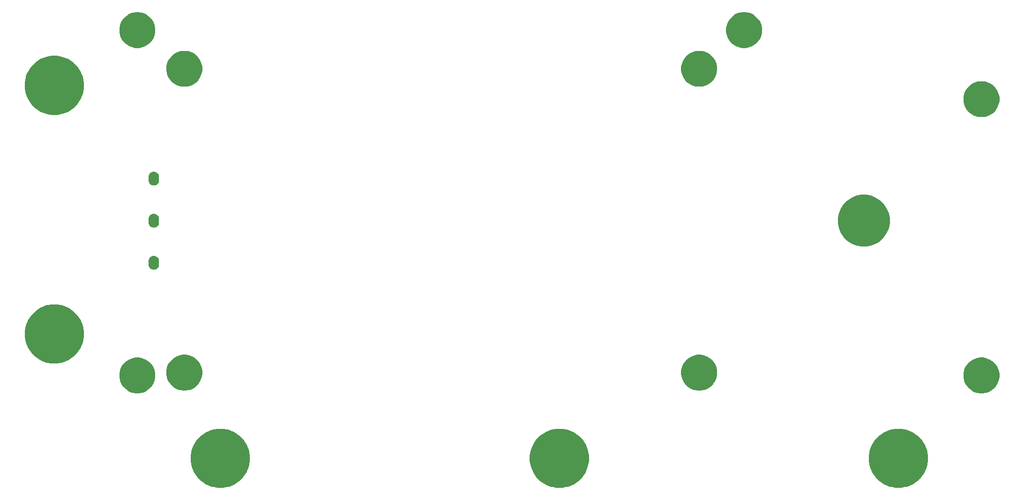
<source format=gbr>
G04 #@! TF.GenerationSoftware,KiCad,Pcbnew,(5.1.4)-1*
G04 #@! TF.CreationDate,2020-03-27T04:02:31-04:00*
G04 #@! TF.ProjectId,stepUP_lcd,73746570-5550-45f6-9c63-642e6b696361,rev?*
G04 #@! TF.SameCoordinates,Original*
G04 #@! TF.FileFunction,Soldermask,Top*
G04 #@! TF.FilePolarity,Negative*
%FSLAX46Y46*%
G04 Gerber Fmt 4.6, Leading zero omitted, Abs format (unit mm)*
G04 Created by KiCad (PCBNEW (5.1.4)-1) date 2020-03-27 04:02:31*
%MOMM*%
%LPD*%
G04 APERTURE LIST*
%ADD10C,0.100000*%
G04 APERTURE END LIST*
D10*
G36*
X207466228Y-112786091D02*
G01*
X207810829Y-112854636D01*
X208784649Y-113258005D01*
X209661064Y-113843607D01*
X210406393Y-114588936D01*
X210991995Y-115465351D01*
X211395364Y-116439171D01*
X211601000Y-117472973D01*
X211601000Y-118527027D01*
X211395364Y-119560829D01*
X210991995Y-120534649D01*
X210406393Y-121411064D01*
X209661064Y-122156393D01*
X208784649Y-122741995D01*
X207810829Y-123145364D01*
X207466228Y-123213909D01*
X206777029Y-123351000D01*
X205722971Y-123351000D01*
X205033772Y-123213909D01*
X204689171Y-123145364D01*
X203715351Y-122741995D01*
X202838936Y-122156393D01*
X202093607Y-121411064D01*
X201508005Y-120534649D01*
X201104636Y-119560829D01*
X200899000Y-118527027D01*
X200899000Y-117472973D01*
X201104636Y-116439171D01*
X201508005Y-115465351D01*
X202093607Y-114588936D01*
X202838936Y-113843607D01*
X203715351Y-113258005D01*
X204689171Y-112854636D01*
X205033772Y-112786091D01*
X205722971Y-112649000D01*
X206777029Y-112649000D01*
X207466228Y-112786091D01*
X207466228Y-112786091D01*
G37*
G36*
X84966228Y-112786091D02*
G01*
X85310829Y-112854636D01*
X86284649Y-113258005D01*
X87161064Y-113843607D01*
X87906393Y-114588936D01*
X88491995Y-115465351D01*
X88895364Y-116439171D01*
X89101000Y-117472973D01*
X89101000Y-118527027D01*
X88895364Y-119560829D01*
X88491995Y-120534649D01*
X87906393Y-121411064D01*
X87161064Y-122156393D01*
X86284649Y-122741995D01*
X85310829Y-123145364D01*
X84966228Y-123213909D01*
X84277029Y-123351000D01*
X83222971Y-123351000D01*
X82533772Y-123213909D01*
X82189171Y-123145364D01*
X81215351Y-122741995D01*
X80338936Y-122156393D01*
X79593607Y-121411064D01*
X79008005Y-120534649D01*
X78604636Y-119560829D01*
X78399000Y-118527027D01*
X78399000Y-117472973D01*
X78604636Y-116439171D01*
X79008005Y-115465351D01*
X79593607Y-114588936D01*
X80338936Y-113843607D01*
X81215351Y-113258005D01*
X82189171Y-112854636D01*
X82533772Y-112786091D01*
X83222971Y-112649000D01*
X84277029Y-112649000D01*
X84966228Y-112786091D01*
X84966228Y-112786091D01*
G37*
G36*
X146216228Y-112786091D02*
G01*
X146560829Y-112854636D01*
X147534649Y-113258005D01*
X148411064Y-113843607D01*
X149156393Y-114588936D01*
X149741995Y-115465351D01*
X150145364Y-116439171D01*
X150351000Y-117472973D01*
X150351000Y-118527027D01*
X150145364Y-119560829D01*
X149741995Y-120534649D01*
X149156393Y-121411064D01*
X148411064Y-122156393D01*
X147534649Y-122741995D01*
X146560829Y-123145364D01*
X146216228Y-123213909D01*
X145527029Y-123351000D01*
X144472971Y-123351000D01*
X143783772Y-123213909D01*
X143439171Y-123145364D01*
X142465351Y-122741995D01*
X141588936Y-122156393D01*
X140843607Y-121411064D01*
X140258005Y-120534649D01*
X139854636Y-119560829D01*
X139649000Y-118527027D01*
X139649000Y-117472973D01*
X139854636Y-116439171D01*
X140258005Y-115465351D01*
X140843607Y-114588936D01*
X141588936Y-113843607D01*
X142465351Y-113258005D01*
X143439171Y-112854636D01*
X143783772Y-112786091D01*
X144472971Y-112649000D01*
X145527029Y-112649000D01*
X146216228Y-112786091D01*
X146216228Y-112786091D01*
G37*
G36*
X69384239Y-99811467D02*
G01*
X69698282Y-99873934D01*
X70289926Y-100119001D01*
X70716477Y-100404014D01*
X70822391Y-100474783D01*
X71275217Y-100927609D01*
X71345986Y-101033523D01*
X71630999Y-101460074D01*
X71876066Y-102051718D01*
X72001000Y-102679804D01*
X72001000Y-103320196D01*
X71876066Y-103948282D01*
X71630999Y-104539926D01*
X71345986Y-104966477D01*
X71306738Y-105025217D01*
X71275216Y-105072392D01*
X70822392Y-105525216D01*
X70289926Y-105880999D01*
X69698282Y-106126066D01*
X69384239Y-106188533D01*
X69070197Y-106251000D01*
X68429803Y-106251000D01*
X68115761Y-106188533D01*
X67801718Y-106126066D01*
X67210074Y-105880999D01*
X66677608Y-105525216D01*
X66224784Y-105072392D01*
X66193263Y-105025217D01*
X66154014Y-104966477D01*
X65869001Y-104539926D01*
X65623934Y-103948282D01*
X65499000Y-103320196D01*
X65499000Y-102679804D01*
X65623934Y-102051718D01*
X65869001Y-101460074D01*
X66154014Y-101033523D01*
X66224783Y-100927609D01*
X66677609Y-100474783D01*
X66783523Y-100404014D01*
X67210074Y-100119001D01*
X67801718Y-99873934D01*
X68115761Y-99811467D01*
X68429803Y-99749000D01*
X69070197Y-99749000D01*
X69384239Y-99811467D01*
X69384239Y-99811467D01*
G37*
G36*
X221884239Y-99811467D02*
G01*
X222198282Y-99873934D01*
X222789926Y-100119001D01*
X223216477Y-100404014D01*
X223322391Y-100474783D01*
X223775217Y-100927609D01*
X223845986Y-101033523D01*
X224130999Y-101460074D01*
X224376066Y-102051718D01*
X224501000Y-102679804D01*
X224501000Y-103320196D01*
X224376066Y-103948282D01*
X224130999Y-104539926D01*
X223845986Y-104966477D01*
X223806738Y-105025217D01*
X223775216Y-105072392D01*
X223322392Y-105525216D01*
X222789926Y-105880999D01*
X222198282Y-106126066D01*
X221884239Y-106188533D01*
X221570197Y-106251000D01*
X220929803Y-106251000D01*
X220615761Y-106188533D01*
X220301718Y-106126066D01*
X219710074Y-105880999D01*
X219177608Y-105525216D01*
X218724784Y-105072392D01*
X218693263Y-105025217D01*
X218654014Y-104966477D01*
X218369001Y-104539926D01*
X218123934Y-103948282D01*
X217999000Y-103320196D01*
X217999000Y-102679804D01*
X218123934Y-102051718D01*
X218369001Y-101460074D01*
X218654014Y-101033523D01*
X218724783Y-100927609D01*
X219177609Y-100474783D01*
X219283523Y-100404014D01*
X219710074Y-100119001D01*
X220301718Y-99873934D01*
X220615761Y-99811467D01*
X220929803Y-99749000D01*
X221570197Y-99749000D01*
X221884239Y-99811467D01*
X221884239Y-99811467D01*
G37*
G36*
X170884239Y-99311467D02*
G01*
X171198282Y-99373934D01*
X171789926Y-99619001D01*
X172216477Y-99904014D01*
X172322391Y-99974783D01*
X172775217Y-100427609D01*
X172806738Y-100474784D01*
X173130999Y-100960074D01*
X173376066Y-101551718D01*
X173501000Y-102179804D01*
X173501000Y-102820196D01*
X173376066Y-103448282D01*
X173130999Y-104039926D01*
X172845986Y-104466477D01*
X172796911Y-104539924D01*
X172775216Y-104572392D01*
X172322392Y-105025216D01*
X171789926Y-105380999D01*
X171198282Y-105626066D01*
X170884239Y-105688533D01*
X170570197Y-105751000D01*
X169929803Y-105751000D01*
X169615761Y-105688533D01*
X169301718Y-105626066D01*
X168710074Y-105380999D01*
X168177608Y-105025216D01*
X167724784Y-104572392D01*
X167703090Y-104539924D01*
X167654014Y-104466477D01*
X167369001Y-104039926D01*
X167123934Y-103448282D01*
X166999000Y-102820196D01*
X166999000Y-102179804D01*
X167123934Y-101551718D01*
X167369001Y-100960074D01*
X167693262Y-100474784D01*
X167724783Y-100427609D01*
X168177609Y-99974783D01*
X168283523Y-99904014D01*
X168710074Y-99619001D01*
X169301718Y-99373934D01*
X169615761Y-99311467D01*
X169929803Y-99249000D01*
X170570197Y-99249000D01*
X170884239Y-99311467D01*
X170884239Y-99311467D01*
G37*
G36*
X77884239Y-99311467D02*
G01*
X78198282Y-99373934D01*
X78789926Y-99619001D01*
X79216477Y-99904014D01*
X79322391Y-99974783D01*
X79775217Y-100427609D01*
X79806738Y-100474784D01*
X80130999Y-100960074D01*
X80376066Y-101551718D01*
X80501000Y-102179804D01*
X80501000Y-102820196D01*
X80376066Y-103448282D01*
X80130999Y-104039926D01*
X79845986Y-104466477D01*
X79796911Y-104539924D01*
X79775216Y-104572392D01*
X79322392Y-105025216D01*
X78789926Y-105380999D01*
X78198282Y-105626066D01*
X77884239Y-105688533D01*
X77570197Y-105751000D01*
X76929803Y-105751000D01*
X76615761Y-105688533D01*
X76301718Y-105626066D01*
X75710074Y-105380999D01*
X75177608Y-105025216D01*
X74724784Y-104572392D01*
X74703090Y-104539924D01*
X74654014Y-104466477D01*
X74369001Y-104039926D01*
X74123934Y-103448282D01*
X73999000Y-102820196D01*
X73999000Y-102179804D01*
X74123934Y-101551718D01*
X74369001Y-100960074D01*
X74693262Y-100474784D01*
X74724783Y-100427609D01*
X75177609Y-99974783D01*
X75283523Y-99904014D01*
X75710074Y-99619001D01*
X76301718Y-99373934D01*
X76615761Y-99311467D01*
X76929803Y-99249000D01*
X77570197Y-99249000D01*
X77884239Y-99311467D01*
X77884239Y-99311467D01*
G37*
G36*
X54966228Y-90286091D02*
G01*
X55310829Y-90354636D01*
X56284649Y-90758005D01*
X57161064Y-91343607D01*
X57906393Y-92088936D01*
X58491995Y-92965351D01*
X58895364Y-93939171D01*
X59101000Y-94972973D01*
X59101000Y-96027027D01*
X58895364Y-97060829D01*
X58491995Y-98034649D01*
X57906393Y-98911064D01*
X57161064Y-99656393D01*
X56284649Y-100241995D01*
X55310829Y-100645364D01*
X54966228Y-100713909D01*
X54277029Y-100851000D01*
X53222971Y-100851000D01*
X52533772Y-100713909D01*
X52189171Y-100645364D01*
X51215351Y-100241995D01*
X50338936Y-99656393D01*
X49593607Y-98911064D01*
X49008005Y-98034649D01*
X48604636Y-97060829D01*
X48399000Y-96027027D01*
X48399000Y-94972973D01*
X48604636Y-93939171D01*
X49008005Y-92965351D01*
X49593607Y-92088936D01*
X50338936Y-91343607D01*
X51215351Y-90758005D01*
X52189171Y-90354636D01*
X52533772Y-90286091D01*
X53222971Y-90149000D01*
X54277029Y-90149000D01*
X54966228Y-90286091D01*
X54966228Y-90286091D01*
G37*
G36*
X71916424Y-81382760D02*
G01*
X71916427Y-81382761D01*
X71916428Y-81382761D01*
X72095692Y-81437140D01*
X72095695Y-81437142D01*
X72095696Y-81437142D01*
X72260903Y-81525446D01*
X72405712Y-81644288D01*
X72524554Y-81789097D01*
X72612858Y-81954303D01*
X72612860Y-81954307D01*
X72612860Y-81954308D01*
X72667240Y-82133575D01*
X72681000Y-82273282D01*
X72681000Y-82966717D01*
X72667240Y-83106424D01*
X72667239Y-83106426D01*
X72667239Y-83106429D01*
X72612860Y-83285693D01*
X72612858Y-83285696D01*
X72524554Y-83450903D01*
X72405712Y-83595712D01*
X72260903Y-83714554D01*
X72095697Y-83802858D01*
X72095693Y-83802860D01*
X71916429Y-83857239D01*
X71916428Y-83857239D01*
X71916425Y-83857240D01*
X71730000Y-83875601D01*
X71543576Y-83857240D01*
X71543573Y-83857239D01*
X71543572Y-83857239D01*
X71364308Y-83802860D01*
X71364304Y-83802858D01*
X71199098Y-83714554D01*
X71054289Y-83595712D01*
X70935447Y-83450903D01*
X70847140Y-83285692D01*
X70792760Y-83106430D01*
X70779000Y-82966718D01*
X70779000Y-82273283D01*
X70792760Y-82133576D01*
X70792761Y-82133572D01*
X70847140Y-81954308D01*
X70847143Y-81954303D01*
X70935446Y-81789097D01*
X71054288Y-81644288D01*
X71199097Y-81525446D01*
X71364303Y-81437142D01*
X71364304Y-81437142D01*
X71364307Y-81437140D01*
X71543571Y-81382761D01*
X71543572Y-81382761D01*
X71543575Y-81382760D01*
X71730000Y-81364399D01*
X71916424Y-81382760D01*
X71916424Y-81382760D01*
G37*
G36*
X201371230Y-70479656D02*
G01*
X202226757Y-70834027D01*
X202226758Y-70834028D01*
X202996713Y-71348495D01*
X203651505Y-72003287D01*
X203995261Y-72517755D01*
X204165973Y-72773243D01*
X204520344Y-73628770D01*
X204701000Y-74536991D01*
X204701000Y-75463009D01*
X204520344Y-76371230D01*
X204165973Y-77226757D01*
X204165972Y-77226758D01*
X203651505Y-77996713D01*
X202996713Y-78651505D01*
X202482245Y-78995261D01*
X202226757Y-79165973D01*
X201371230Y-79520344D01*
X200463009Y-79701000D01*
X199536991Y-79701000D01*
X198628770Y-79520344D01*
X197773243Y-79165973D01*
X197517755Y-78995261D01*
X197003287Y-78651505D01*
X196348495Y-77996713D01*
X195834028Y-77226758D01*
X195834027Y-77226757D01*
X195479656Y-76371230D01*
X195299000Y-75463009D01*
X195299000Y-74536991D01*
X195479656Y-73628770D01*
X195834027Y-72773243D01*
X196004739Y-72517755D01*
X196348495Y-72003287D01*
X197003287Y-71348495D01*
X197773242Y-70834028D01*
X197773243Y-70834027D01*
X198628770Y-70479656D01*
X199536991Y-70299000D01*
X200463009Y-70299000D01*
X201371230Y-70479656D01*
X201371230Y-70479656D01*
G37*
G36*
X71916424Y-73762760D02*
G01*
X71916427Y-73762761D01*
X71916428Y-73762761D01*
X72095692Y-73817140D01*
X72095695Y-73817142D01*
X72095696Y-73817142D01*
X72260903Y-73905446D01*
X72405712Y-74024288D01*
X72524554Y-74169097D01*
X72612858Y-74334303D01*
X72612860Y-74334307D01*
X72612860Y-74334308D01*
X72667240Y-74513575D01*
X72681000Y-74653282D01*
X72681000Y-75346717D01*
X72667240Y-75486424D01*
X72667239Y-75486426D01*
X72667239Y-75486429D01*
X72612860Y-75665693D01*
X72612858Y-75665696D01*
X72524554Y-75830903D01*
X72405712Y-75975712D01*
X72260903Y-76094554D01*
X72095697Y-76182858D01*
X72095693Y-76182860D01*
X71916429Y-76237239D01*
X71916428Y-76237239D01*
X71916425Y-76237240D01*
X71730000Y-76255601D01*
X71543576Y-76237240D01*
X71543573Y-76237239D01*
X71543572Y-76237239D01*
X71364308Y-76182860D01*
X71364304Y-76182858D01*
X71199098Y-76094554D01*
X71054289Y-75975712D01*
X70935447Y-75830903D01*
X70847140Y-75665692D01*
X70792760Y-75486430D01*
X70779000Y-75346718D01*
X70779000Y-74653283D01*
X70792760Y-74513576D01*
X70792761Y-74513572D01*
X70847140Y-74334308D01*
X70847143Y-74334303D01*
X70935446Y-74169097D01*
X71054288Y-74024288D01*
X71199097Y-73905446D01*
X71364303Y-73817142D01*
X71364304Y-73817142D01*
X71364307Y-73817140D01*
X71543571Y-73762761D01*
X71543572Y-73762761D01*
X71543575Y-73762760D01*
X71730000Y-73744399D01*
X71916424Y-73762760D01*
X71916424Y-73762760D01*
G37*
G36*
X71916424Y-66142760D02*
G01*
X71916427Y-66142761D01*
X71916428Y-66142761D01*
X72095692Y-66197140D01*
X72095695Y-66197142D01*
X72095696Y-66197142D01*
X72260903Y-66285446D01*
X72405712Y-66404288D01*
X72524554Y-66549097D01*
X72612858Y-66714303D01*
X72612860Y-66714307D01*
X72612860Y-66714308D01*
X72667240Y-66893575D01*
X72681000Y-67033282D01*
X72681000Y-67726717D01*
X72667240Y-67866424D01*
X72667239Y-67866426D01*
X72667239Y-67866429D01*
X72612860Y-68045693D01*
X72612858Y-68045696D01*
X72524554Y-68210903D01*
X72405712Y-68355712D01*
X72260903Y-68474554D01*
X72095697Y-68562858D01*
X72095693Y-68562860D01*
X71916429Y-68617239D01*
X71916428Y-68617239D01*
X71916425Y-68617240D01*
X71730000Y-68635601D01*
X71543576Y-68617240D01*
X71543573Y-68617239D01*
X71543572Y-68617239D01*
X71364308Y-68562860D01*
X71364304Y-68562858D01*
X71199098Y-68474554D01*
X71054289Y-68355712D01*
X70935447Y-68210903D01*
X70847140Y-68045692D01*
X70792760Y-67866430D01*
X70779000Y-67726718D01*
X70779000Y-67033283D01*
X70792760Y-66893576D01*
X70792761Y-66893572D01*
X70847140Y-66714308D01*
X70847143Y-66714303D01*
X70935446Y-66549097D01*
X71054288Y-66404288D01*
X71199097Y-66285446D01*
X71364303Y-66197142D01*
X71364304Y-66197142D01*
X71364307Y-66197140D01*
X71543571Y-66142761D01*
X71543572Y-66142761D01*
X71543575Y-66142760D01*
X71730000Y-66124399D01*
X71916424Y-66142760D01*
X71916424Y-66142760D01*
G37*
G36*
X221884239Y-49811467D02*
G01*
X222198282Y-49873934D01*
X222789926Y-50119001D01*
X223322392Y-50474784D01*
X223775216Y-50927608D01*
X224130999Y-51460074D01*
X224376066Y-52051718D01*
X224501000Y-52679804D01*
X224501000Y-53320196D01*
X224376066Y-53948282D01*
X224130999Y-54539926D01*
X223775216Y-55072392D01*
X223322392Y-55525216D01*
X222789926Y-55880999D01*
X222198282Y-56126066D01*
X221884239Y-56188533D01*
X221570197Y-56251000D01*
X220929803Y-56251000D01*
X220615761Y-56188533D01*
X220301718Y-56126066D01*
X219710074Y-55880999D01*
X219177608Y-55525216D01*
X218724784Y-55072392D01*
X218369001Y-54539926D01*
X218123934Y-53948282D01*
X217999000Y-53320196D01*
X217999000Y-52679804D01*
X218123934Y-52051718D01*
X218369001Y-51460074D01*
X218724784Y-50927608D01*
X219177608Y-50474784D01*
X219710074Y-50119001D01*
X220301718Y-49873934D01*
X220615761Y-49811467D01*
X220929803Y-49749000D01*
X221570197Y-49749000D01*
X221884239Y-49811467D01*
X221884239Y-49811467D01*
G37*
G36*
X54966228Y-45286091D02*
G01*
X55310829Y-45354636D01*
X56284649Y-45758005D01*
X57161064Y-46343607D01*
X57906393Y-47088936D01*
X58491995Y-47965351D01*
X58692031Y-48448282D01*
X58895364Y-48939172D01*
X59021320Y-49572392D01*
X59101000Y-49972973D01*
X59101000Y-51027027D01*
X58895364Y-52060829D01*
X58491995Y-53034649D01*
X57906393Y-53911064D01*
X57161064Y-54656393D01*
X56284649Y-55241995D01*
X55310829Y-55645364D01*
X54966228Y-55713909D01*
X54277029Y-55851000D01*
X53222971Y-55851000D01*
X52533772Y-55713909D01*
X52189171Y-55645364D01*
X51215351Y-55241995D01*
X50338936Y-54656393D01*
X49593607Y-53911064D01*
X49008005Y-53034649D01*
X48604636Y-52060829D01*
X48399000Y-51027027D01*
X48399000Y-49972973D01*
X48478681Y-49572392D01*
X48604636Y-48939172D01*
X48807969Y-48448282D01*
X49008005Y-47965351D01*
X49593607Y-47088936D01*
X50338936Y-46343607D01*
X51215351Y-45758005D01*
X52189171Y-45354636D01*
X52533772Y-45286091D01*
X53222971Y-45149000D01*
X54277029Y-45149000D01*
X54966228Y-45286091D01*
X54966228Y-45286091D01*
G37*
G36*
X170884239Y-44311467D02*
G01*
X171198282Y-44373934D01*
X171789926Y-44619001D01*
X172322392Y-44974784D01*
X172775216Y-45427608D01*
X173130999Y-45960074D01*
X173376066Y-46551718D01*
X173376066Y-46551719D01*
X173501000Y-47179803D01*
X173501000Y-47820197D01*
X173438533Y-48134239D01*
X173376066Y-48448282D01*
X173130999Y-49039926D01*
X172775216Y-49572392D01*
X172322392Y-50025216D01*
X171789926Y-50380999D01*
X171198282Y-50626066D01*
X170884239Y-50688533D01*
X170570197Y-50751000D01*
X169929803Y-50751000D01*
X169615761Y-50688533D01*
X169301718Y-50626066D01*
X168710074Y-50380999D01*
X168177608Y-50025216D01*
X167724784Y-49572392D01*
X167369001Y-49039926D01*
X167123934Y-48448282D01*
X167061467Y-48134239D01*
X166999000Y-47820197D01*
X166999000Y-47179803D01*
X167123934Y-46551719D01*
X167123934Y-46551718D01*
X167369001Y-45960074D01*
X167724784Y-45427608D01*
X168177608Y-44974784D01*
X168710074Y-44619001D01*
X169301718Y-44373934D01*
X169615761Y-44311467D01*
X169929803Y-44249000D01*
X170570197Y-44249000D01*
X170884239Y-44311467D01*
X170884239Y-44311467D01*
G37*
G36*
X77884239Y-44311467D02*
G01*
X78198282Y-44373934D01*
X78789926Y-44619001D01*
X79322392Y-44974784D01*
X79775216Y-45427608D01*
X80130999Y-45960074D01*
X80376066Y-46551718D01*
X80376066Y-46551719D01*
X80501000Y-47179803D01*
X80501000Y-47820197D01*
X80438533Y-48134239D01*
X80376066Y-48448282D01*
X80130999Y-49039926D01*
X79775216Y-49572392D01*
X79322392Y-50025216D01*
X78789926Y-50380999D01*
X78198282Y-50626066D01*
X77884239Y-50688533D01*
X77570197Y-50751000D01*
X76929803Y-50751000D01*
X76615761Y-50688533D01*
X76301718Y-50626066D01*
X75710074Y-50380999D01*
X75177608Y-50025216D01*
X74724784Y-49572392D01*
X74369001Y-49039926D01*
X74123934Y-48448282D01*
X74061467Y-48134239D01*
X73999000Y-47820197D01*
X73999000Y-47179803D01*
X74123934Y-46551719D01*
X74123934Y-46551718D01*
X74369001Y-45960074D01*
X74724784Y-45427608D01*
X75177608Y-44974784D01*
X75710074Y-44619001D01*
X76301718Y-44373934D01*
X76615761Y-44311467D01*
X76929803Y-44249000D01*
X77570197Y-44249000D01*
X77884239Y-44311467D01*
X77884239Y-44311467D01*
G37*
G36*
X69384239Y-37311467D02*
G01*
X69698282Y-37373934D01*
X70289926Y-37619001D01*
X70822392Y-37974784D01*
X71275216Y-38427608D01*
X71630999Y-38960074D01*
X71876066Y-39551718D01*
X72001000Y-40179804D01*
X72001000Y-40820196D01*
X71876066Y-41448282D01*
X71630999Y-42039926D01*
X71275216Y-42572392D01*
X70822392Y-43025216D01*
X70289926Y-43380999D01*
X69698282Y-43626066D01*
X69384239Y-43688533D01*
X69070197Y-43751000D01*
X68429803Y-43751000D01*
X68115761Y-43688533D01*
X67801718Y-43626066D01*
X67210074Y-43380999D01*
X66677608Y-43025216D01*
X66224784Y-42572392D01*
X65869001Y-42039926D01*
X65623934Y-41448282D01*
X65499000Y-40820196D01*
X65499000Y-40179804D01*
X65623934Y-39551718D01*
X65869001Y-38960074D01*
X66224784Y-38427608D01*
X66677608Y-37974784D01*
X67210074Y-37619001D01*
X67801718Y-37373934D01*
X68115761Y-37311467D01*
X68429803Y-37249000D01*
X69070197Y-37249000D01*
X69384239Y-37311467D01*
X69384239Y-37311467D01*
G37*
G36*
X178997487Y-37311467D02*
G01*
X179311530Y-37373934D01*
X179903174Y-37619001D01*
X180435640Y-37974784D01*
X180888464Y-38427608D01*
X181244247Y-38960074D01*
X181489314Y-39551718D01*
X181614248Y-40179804D01*
X181614248Y-40820196D01*
X181489314Y-41448282D01*
X181244247Y-42039926D01*
X180888464Y-42572392D01*
X180435640Y-43025216D01*
X179903174Y-43380999D01*
X179311530Y-43626066D01*
X178997487Y-43688533D01*
X178683445Y-43751000D01*
X178043051Y-43751000D01*
X177729009Y-43688533D01*
X177414966Y-43626066D01*
X176823322Y-43380999D01*
X176290856Y-43025216D01*
X175838032Y-42572392D01*
X175482249Y-42039926D01*
X175237182Y-41448282D01*
X175112248Y-40820196D01*
X175112248Y-40179804D01*
X175237182Y-39551718D01*
X175482249Y-38960074D01*
X175838032Y-38427608D01*
X176290856Y-37974784D01*
X176823322Y-37619001D01*
X177414966Y-37373934D01*
X177729009Y-37311467D01*
X178043051Y-37249000D01*
X178683445Y-37249000D01*
X178997487Y-37311467D01*
X178997487Y-37311467D01*
G37*
M02*

</source>
